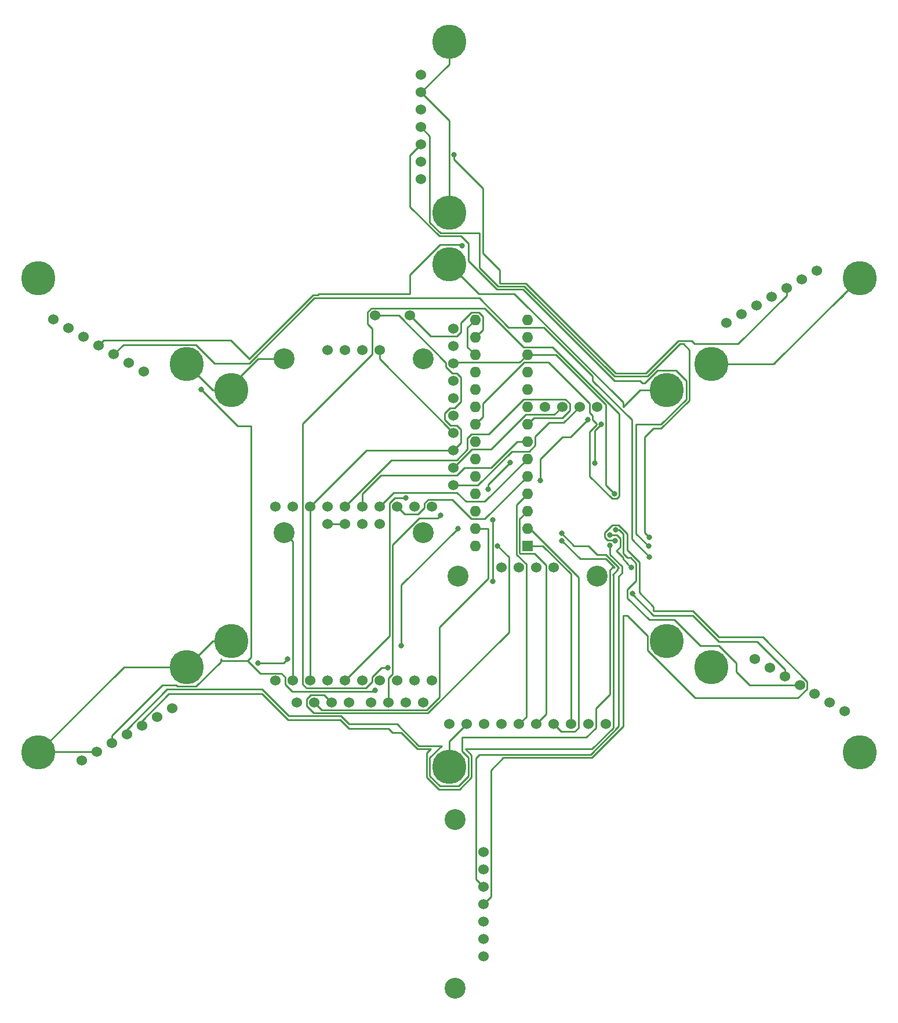
<source format=gbr>
%TF.GenerationSoftware,KiCad,Pcbnew,5.1.9+dfsg1-1+deb11u1*%
%TF.CreationDate,2024-06-24T23:38:04+02:00*%
%TF.ProjectId,pcb_onder,7063625f-6f6e-4646-9572-2e6b69636164,rev?*%
%TF.SameCoordinates,Original*%
%TF.FileFunction,Copper,L2,Bot*%
%TF.FilePolarity,Positive*%
%FSLAX46Y46*%
G04 Gerber Fmt 4.6, Leading zero omitted, Abs format (unit mm)*
G04 Created by KiCad (PCBNEW 5.1.9+dfsg1-1+deb11u1) date 2024-06-24 23:38:04*
%MOMM*%
%LPD*%
G01*
G04 APERTURE LIST*
%TA.AperFunction,ComponentPad*%
%ADD10C,1.524000*%
%TD*%
%TA.AperFunction,ComponentPad*%
%ADD11C,5.000000*%
%TD*%
%TA.AperFunction,ComponentPad*%
%ADD12C,3.048000*%
%TD*%
%TA.AperFunction,ComponentPad*%
%ADD13O,1.600000X1.600000*%
%TD*%
%TA.AperFunction,ComponentPad*%
%ADD14R,1.600000X1.600000*%
%TD*%
%TA.AperFunction,ViaPad*%
%ADD15C,0.800000*%
%TD*%
%TA.AperFunction,Conductor*%
%ADD16C,0.250000*%
%TD*%
G04 APERTURE END LIST*
D10*
%TO.P,kleur_sensor_6,6*%
%TO.N,Net-(kleur_sensor_6-Pad6)*%
X172100439Y-130213501D03*
%TO.P,kleur_sensor_6,3*%
%TO.N,gnd*%
X169900734Y-128943501D03*
%TO.P,kleur_sensor_6,2*%
%TO.N,3.3v*%
X167701030Y-127673501D03*
%TO.P,kleur_sensor_6,1*%
%TO.N,Net-(i2c_multiplexer1-Pad16)*%
X165501325Y-126403501D03*
%TO.P,kleur_sensor_6,0*%
%TO.N,Net-(i2c_multiplexer1-Pad15)*%
X163301621Y-125133501D03*
%TO.P,kleur_sensor_6,5*%
%TO.N,Net-(kleur_sensor_6-Pad5)*%
X161101916Y-123863501D03*
%TO.P,kleur_sensor_6,4*%
%TO.N,Net-(kleur_sensor_6-Pad4)*%
X158902212Y-122593501D03*
D11*
%TO.P,kleur_sensor_6,7*%
%TO.N,gnd*%
X174272259Y-136224999D03*
X152621623Y-123724999D03*
%TD*%
D10*
%TO.P,kleur_sensor_1,6*%
%TO.N,Net-(kleur_sensor_1-Pad6)*%
X167980239Y-65850102D03*
%TO.P,kleur_sensor_1,3*%
%TO.N,gnd*%
X165780534Y-67120102D03*
%TO.P,kleur_sensor_1,2*%
%TO.N,3.3v*%
X163580830Y-68390102D03*
%TO.P,kleur_sensor_1,1*%
%TO.N,Net-(i2c_multiplexer1-Pad5)*%
X161381125Y-69660102D03*
%TO.P,kleur_sensor_1,0*%
%TO.N,Net-(i2c_multiplexer1-Pad4)*%
X159181421Y-70930102D03*
%TO.P,kleur_sensor_1,5*%
%TO.N,Net-(kleur_sensor_1-Pad5)*%
X156981716Y-72200102D03*
%TO.P,kleur_sensor_1,4*%
%TO.N,Net-(kleur_sensor_1-Pad4)*%
X154782012Y-73470102D03*
D11*
%TO.P,kleur_sensor_1,7*%
%TO.N,gnd*%
X174272259Y-66975000D03*
X152621623Y-79475000D03*
%TD*%
D10*
%TO.P,kleur_sensor_4,6*%
%TO.N,Net-(kleur_sensor_4-Pad6)*%
X60619761Y-137349897D03*
%TO.P,kleur_sensor_4,3*%
%TO.N,gnd*%
X62819466Y-136079897D03*
%TO.P,kleur_sensor_4,2*%
%TO.N,3.3v*%
X65019170Y-134809897D03*
%TO.P,kleur_sensor_4,1*%
%TO.N,Net-(i2c_multiplexer1-Pad11)*%
X67218875Y-133539897D03*
%TO.P,kleur_sensor_4,0*%
%TO.N,Net-(i2c_multiplexer1-Pad10)*%
X69418579Y-132269897D03*
%TO.P,kleur_sensor_4,5*%
%TO.N,Net-(kleur_sensor_4-Pad5)*%
X71618284Y-130999897D03*
%TO.P,kleur_sensor_4,4*%
%TO.N,Net-(kleur_sensor_4-Pad4)*%
X73817988Y-129729897D03*
D11*
%TO.P,kleur_sensor_4,7*%
%TO.N,gnd*%
X54327741Y-136224999D03*
X75978377Y-123724999D03*
%TD*%
D10*
%TO.P,kleur_sensor_2,6*%
%TO.N,Net-(kleur_sensor_2-Pad6)*%
X110179800Y-37236600D03*
%TO.P,kleur_sensor_2,3*%
%TO.N,gnd*%
X110179800Y-39776600D03*
%TO.P,kleur_sensor_2,2*%
%TO.N,3.3v*%
X110179800Y-42316600D03*
%TO.P,kleur_sensor_2,1*%
%TO.N,Net-(i2c_multiplexer1-Pad7)*%
X110179800Y-44856600D03*
%TO.P,kleur_sensor_2,0*%
%TO.N,Net-(i2c_multiplexer1-Pad6)*%
X110179800Y-47396600D03*
%TO.P,kleur_sensor_2,5*%
%TO.N,Net-(kleur_sensor_2-Pad5)*%
X110179800Y-49936600D03*
%TO.P,kleur_sensor_2,4*%
%TO.N,Net-(kleur_sensor_2-Pad4)*%
X110179800Y-52476600D03*
D11*
%TO.P,kleur_sensor_2,7*%
%TO.N,gnd*%
X114300000Y-32350000D03*
X114300000Y-57350000D03*
%TD*%
D10*
%TO.P,kleur_sensor_3,6*%
%TO.N,Net-(kleur_sensor_3-Pad6)*%
X56499561Y-72986498D03*
%TO.P,kleur_sensor_3,3*%
%TO.N,gnd*%
X58699266Y-74256498D03*
%TO.P,kleur_sensor_3,2*%
%TO.N,3.3v*%
X60898970Y-75526498D03*
%TO.P,kleur_sensor_3,1*%
%TO.N,Net-(i2c_multiplexer1-Pad9)*%
X63098675Y-76796498D03*
%TO.P,kleur_sensor_3,0*%
%TO.N,Net-(i2c_multiplexer1-Pad8)*%
X65298379Y-78066498D03*
%TO.P,kleur_sensor_3,5*%
%TO.N,Net-(kleur_sensor_3-Pad5)*%
X67498084Y-79336498D03*
%TO.P,kleur_sensor_3,4*%
%TO.N,Net-(kleur_sensor_3-Pad4)*%
X69697788Y-80606498D03*
D11*
%TO.P,kleur_sensor_3,7*%
%TO.N,gnd*%
X54327741Y-66975000D03*
X75978377Y-79475000D03*
%TD*%
%TO.P,U6,1*%
%TO.N,gnd*%
X114300000Y-138315000D03*
%TD*%
%TO.P,U5,1*%
%TO.N,gnd*%
X82503878Y-119957499D03*
%TD*%
%TO.P,U4,1*%
%TO.N,gnd*%
X82503878Y-83242500D03*
%TD*%
%TO.P,U3,1*%
%TO.N,gnd*%
X146096122Y-83242501D03*
%TD*%
%TO.P,U2,1*%
%TO.N,gnd*%
X114300000Y-64885000D03*
%TD*%
%TO.P,U1,1*%
%TO.N,gnd*%
X146096122Y-119957499D03*
%TD*%
D10*
%TO.P,i2c_res1,2*%
%TO.N,3.3v*%
X103505000Y-72390000D03*
%TO.P,i2c_res1,1*%
%TO.N,Net-(i2c_res1-Pad1)*%
X108585000Y-72390000D03*
%TD*%
D12*
%TO.P,kleur_sensor_5,7*%
%TO.N,gnd*%
X115200000Y-146050000D03*
X115200000Y-170650000D03*
D10*
%TO.P,kleur_sensor_5,4*%
%TO.N,Net-(kleur_sensor_5-Pad4)*%
X119309200Y-150723400D03*
%TO.P,kleur_sensor_5,5*%
%TO.N,Net-(kleur_sensor_5-Pad5)*%
X119309200Y-153263400D03*
%TO.P,kleur_sensor_5,0*%
%TO.N,Net-(i2c_multiplexer1-Pad13)*%
X119309200Y-155803400D03*
%TO.P,kleur_sensor_5,1*%
%TO.N,Net-(i2c_multiplexer1-Pad14)*%
X119309200Y-158343400D03*
%TO.P,kleur_sensor_5,2*%
%TO.N,3.3v*%
X119309200Y-160883400D03*
%TO.P,kleur_sensor_5,3*%
%TO.N,gnd*%
X119309200Y-163423400D03*
%TO.P,kleur_sensor_5,6*%
%TO.N,Net-(kleur_sensor_5-Pad6)*%
X119309200Y-165963400D03*
%TD*%
D13*
%TO.P,port_multiplexer_2,28*%
%TO.N,Net-(motor2-Pad3)*%
X118110000Y-106045000D03*
%TO.P,port_multiplexer_2,14*%
%TO.N,Net-(port_multiplexer_2-Pad14)*%
X125730000Y-73025000D03*
%TO.P,port_multiplexer_2,27*%
%TO.N,Net-(motor2-Pad2)*%
X118110000Y-103505000D03*
%TO.P,port_multiplexer_2,13*%
%TO.N,sda*%
X125730000Y-75565000D03*
%TO.P,port_multiplexer_2,26*%
%TO.N,Net-(motor1-Pad3)*%
X118110000Y-100965000D03*
%TO.P,port_multiplexer_2,12*%
%TO.N,scl*%
X125730000Y-78105000D03*
%TO.P,port_multiplexer_2,25*%
%TO.N,Net-(motor1-Pad2)*%
X118110000Y-98425000D03*
%TO.P,port_multiplexer_2,11*%
%TO.N,Net-(port_multiplexer_2-Pad11)*%
X125730000Y-80645000D03*
%TO.P,port_multiplexer_2,24*%
%TO.N,Net-(motor_driver3-Pad9)*%
X118110000Y-95885000D03*
%TO.P,port_multiplexer_2,10*%
%TO.N,gnd*%
X125730000Y-83185000D03*
%TO.P,port_multiplexer_2,23*%
%TO.N,Net-(motor_driver3-Pad10)*%
X118110000Y-93345000D03*
%TO.P,port_multiplexer_2,9*%
%TO.N,3.3v*%
X125730000Y-85725000D03*
%TO.P,port_multiplexer_2,22*%
%TO.N,Net-(motor_driver3-Pad11)*%
X118110000Y-90805000D03*
%TO.P,port_multiplexer_2,8*%
%TO.N,Net-(motor_driver2-Pad9)*%
X125730000Y-88265000D03*
%TO.P,port_multiplexer_2,21*%
%TO.N,Net-(motor_driver3-Pad12)*%
X118110000Y-88265000D03*
%TO.P,port_multiplexer_2,7*%
%TO.N,Net-(motor_driver2-Pad10)*%
X125730000Y-90805000D03*
%TO.P,port_multiplexer_2,20*%
%TO.N,Net-(port_multiplexer_2-Pad20)*%
X118110000Y-85725000D03*
%TO.P,port_multiplexer_2,6*%
%TO.N,Net-(motor_driver2-Pad11)*%
X125730000Y-93345000D03*
%TO.P,port_multiplexer_2,19*%
%TO.N,Net-(port_multiplexer_2-Pad19)*%
X118110000Y-83185000D03*
%TO.P,port_multiplexer_2,5*%
%TO.N,Net-(motor_driver2-Pad12)*%
X125730000Y-95885000D03*
%TO.P,port_multiplexer_2,18*%
%TO.N,Net-(port_multiplexer_2-Pad18)*%
X118110000Y-80645000D03*
%TO.P,port_multiplexer_2,4*%
%TO.N,Net-(motor_driver1-Pad9)*%
X125730000Y-98425000D03*
%TO.P,port_multiplexer_2,17*%
%TO.N,gnd*%
X118110000Y-78105000D03*
%TO.P,port_multiplexer_2,3*%
%TO.N,Net-(motor_driver1-Pad10)*%
X125730000Y-100965000D03*
%TO.P,port_multiplexer_2,16*%
%TO.N,Net-(i2c_res1-Pad1)*%
X118110000Y-75565000D03*
%TO.P,port_multiplexer_2,2*%
%TO.N,Net-(motor_driver1-Pad11)*%
X125730000Y-103505000D03*
%TO.P,port_multiplexer_2,15*%
%TO.N,gnd*%
X118110000Y-73025000D03*
D14*
%TO.P,port_multiplexer_2,1*%
%TO.N,Net-(motor_driver1-Pad12)*%
X125730000Y-106045000D03*
%TD*%
D12*
%TO.P,motor_driver3,15*%
%TO.N,gnd*%
X110490000Y-104140000D03*
X90170000Y-104140000D03*
D10*
%TO.P,motor_driver3,4*%
%TO.N,Net-(motor3-PadNC)*%
X96520000Y-102870000D03*
%TO.P,motor_driver3,3*%
X99060000Y-102870000D03*
%TO.P,motor_driver3,2*%
%TO.N,gnd*%
X101600000Y-102870000D03*
%TO.P,motor_driver3,1*%
%TO.N,12v*%
X104140000Y-102870000D03*
%TO.P,motor_driver3,14*%
%TO.N,Net-(motor_driver3-Pad14)*%
X111760000Y-125730000D03*
%TO.P,motor_driver3,12*%
%TO.N,Net-(motor_driver3-Pad12)*%
X106680000Y-125730000D03*
%TO.P,motor_driver3,13*%
%TO.N,Net-(motor_driver3-Pad13)*%
X109220000Y-125730000D03*
%TO.P,motor_driver3,11*%
%TO.N,Net-(motor_driver3-Pad11)*%
X104140000Y-125730000D03*
%TO.P,motor_driver3,10*%
%TO.N,Net-(motor_driver3-Pad10)*%
X101600000Y-125730000D03*
%TO.P,motor_driver3,9*%
%TO.N,Net-(motor_driver3-Pad9)*%
X99060000Y-125730000D03*
%TO.P,motor_driver3,8*%
%TO.N,Net-(motor_driver3-Pad8)*%
X96520000Y-125730000D03*
%TO.P,motor_driver3,7*%
%TO.N,3.3v*%
X93980000Y-125730000D03*
%TO.P,motor_driver3,6*%
%TO.N,gnd*%
X91440000Y-125730000D03*
%TO.P,motor_driver3,5*%
%TO.N,Net-(motor_driver3-Pad5)*%
X88900000Y-125730000D03*
%TD*%
D12*
%TO.P,motor_driver2,15*%
%TO.N,gnd*%
X110490000Y-78740000D03*
X90170000Y-78740000D03*
D10*
%TO.P,motor_driver2,4*%
%TO.N,Net-(motor2-PadNC)*%
X96520000Y-77470000D03*
%TO.P,motor_driver2,3*%
X99060000Y-77470000D03*
%TO.P,motor_driver2,2*%
%TO.N,gnd*%
X101600000Y-77470000D03*
%TO.P,motor_driver2,1*%
%TO.N,12v*%
X104140000Y-77470000D03*
%TO.P,motor_driver2,14*%
%TO.N,Net-(motor_driver2-Pad14)*%
X111760000Y-100330000D03*
%TO.P,motor_driver2,12*%
%TO.N,Net-(motor_driver2-Pad12)*%
X106680000Y-100330000D03*
%TO.P,motor_driver2,13*%
%TO.N,Net-(motor_driver2-Pad13)*%
X109220000Y-100330000D03*
%TO.P,motor_driver2,11*%
%TO.N,Net-(motor_driver2-Pad11)*%
X104140000Y-100330000D03*
%TO.P,motor_driver2,10*%
%TO.N,Net-(motor_driver2-Pad10)*%
X101600000Y-100330000D03*
%TO.P,motor_driver2,9*%
%TO.N,Net-(motor_driver2-Pad9)*%
X99060000Y-100330000D03*
%TO.P,motor_driver2,8*%
%TO.N,Net-(motor_driver2-Pad8)*%
X96520000Y-100330000D03*
%TO.P,motor_driver2,7*%
%TO.N,3.3v*%
X93980000Y-100330000D03*
%TO.P,motor_driver2,6*%
%TO.N,gnd*%
X91440000Y-100330000D03*
%TO.P,motor_driver2,5*%
%TO.N,Net-(motor_driver2-Pad5)*%
X88900000Y-100330000D03*
%TD*%
D12*
%TO.P,motor_driver1,15*%
%TO.N,gnd*%
X135890000Y-110490000D03*
X115570000Y-110490000D03*
D10*
%TO.P,motor_driver1,4*%
%TO.N,Net-(motor1-PadNC)*%
X121920000Y-109220000D03*
%TO.P,motor_driver1,3*%
X124460000Y-109220000D03*
%TO.P,motor_driver1,2*%
%TO.N,gnd*%
X127000000Y-109220000D03*
%TO.P,motor_driver1,1*%
%TO.N,12v*%
X129540000Y-109220000D03*
%TO.P,motor_driver1,14*%
%TO.N,Net-(motor_driver1-Pad14)*%
X137160000Y-132080000D03*
%TO.P,motor_driver1,12*%
%TO.N,Net-(motor_driver1-Pad12)*%
X132080000Y-132080000D03*
%TO.P,motor_driver1,13*%
%TO.N,Net-(motor_driver1-Pad13)*%
X134620000Y-132080000D03*
%TO.P,motor_driver1,11*%
%TO.N,Net-(motor_driver1-Pad11)*%
X129540000Y-132080000D03*
%TO.P,motor_driver1,10*%
%TO.N,Net-(motor_driver1-Pad10)*%
X127000000Y-132080000D03*
%TO.P,motor_driver1,9*%
%TO.N,Net-(motor_driver1-Pad9)*%
X124460000Y-132080000D03*
%TO.P,motor_driver1,8*%
%TO.N,Net-(motor_driver1-Pad8)*%
X121920000Y-132080000D03*
%TO.P,motor_driver1,7*%
%TO.N,3.3v*%
X119380000Y-132080000D03*
%TO.P,motor_driver1,6*%
%TO.N,gnd*%
X116840000Y-132080000D03*
%TO.P,motor_driver1,5*%
%TO.N,Net-(motor_driver1-Pad5)*%
X114300000Y-132080000D03*
%TD*%
%TO.P,motor3,4*%
%TO.N,gnd*%
X135890000Y-85725000D03*
%TO.P,motor3,3*%
%TO.N,B*%
X133350000Y-85725000D03*
%TO.P,motor3,2*%
%TO.N,A*%
X130810000Y-85725000D03*
%TO.P,motor3,1*%
%TO.N,5v*%
X128270000Y-85725000D03*
%TD*%
%TO.P,motor2,4*%
%TO.N,gnd*%
X99695000Y-128905000D03*
%TO.P,motor2,3*%
%TO.N,Net-(motor2-Pad3)*%
X97155000Y-128905000D03*
%TO.P,motor2,2*%
%TO.N,Net-(motor2-Pad2)*%
X94615000Y-128905000D03*
%TO.P,motor2,1*%
%TO.N,5v*%
X92075000Y-128905000D03*
%TD*%
%TO.P,motor1,4*%
%TO.N,gnd*%
X110490000Y-128905000D03*
%TO.P,motor1,3*%
%TO.N,Net-(motor1-Pad3)*%
X107950000Y-128905000D03*
%TO.P,motor1,2*%
%TO.N,Net-(motor1-Pad2)*%
X105410000Y-128905000D03*
%TO.P,motor1,1*%
%TO.N,5v*%
X102870000Y-128905000D03*
%TD*%
%TO.P,J1,2*%
%TO.N,gnd*%
X114935000Y-76835000D03*
%TO.P,J1,10*%
%TO.N,B*%
X114935000Y-97155000D03*
%TO.P,J1,9*%
%TO.N,A*%
X114935000Y-94615000D03*
%TO.P,J1,8*%
%TO.N,3.3v*%
X114935000Y-92075000D03*
%TO.P,J1,7*%
%TO.N,12v*%
X114935000Y-89535000D03*
%TO.P,J1,6*%
%TO.N,Net-(J1-Pad6)*%
X114935000Y-86995000D03*
%TO.P,J1,5*%
%TO.N,Net-(J1-Pad5)*%
X114935000Y-84455000D03*
%TO.P,J1,4*%
%TO.N,sda*%
X114935000Y-81915000D03*
%TO.P,J1,3*%
%TO.N,scl*%
X114935000Y-79375000D03*
%TO.P,J1,1*%
%TO.N,5v*%
X114935000Y-74295000D03*
%TD*%
D15*
%TO.N,scl*%
X138430000Y-98425000D03*
%TO.N,Net-(motor1-Pad3)*%
X120650000Y-111215000D03*
X120650000Y-102235000D03*
%TO.N,Net-(motor1-Pad2)*%
X113030000Y-101600000D03*
%TO.N,Net-(motor2-Pad3)*%
X121375000Y-106045000D03*
%TO.N,Net-(motor_driver3-Pad12)*%
X105320000Y-123825000D03*
%TO.N,Net-(motor_driver3-Pad11)*%
X135590000Y-93980000D03*
X136525000Y-88265000D03*
X86360000Y-123190000D03*
X90715000Y-122555000D03*
%TO.N,Net-(motor_driver3-Pad10)*%
X123190000Y-93890000D03*
X120015000Y-97790000D03*
X115570000Y-103505000D03*
X107315000Y-120650000D03*
%TO.N,Net-(motor_driver3-Pad9)*%
X107950000Y-99060000D03*
%TO.N,3.3v*%
X103505000Y-127092999D03*
X78105000Y-83185000D03*
X115025000Y-48895000D03*
%TO.N,Net-(i2c_multiplexer1-Pad16)*%
X138592807Y-103710000D03*
%TO.N,Net-(i2c_multiplexer1-Pad15)*%
X137747257Y-104435000D03*
X141060000Y-113030000D03*
X140880000Y-109220000D03*
%TO.N,Net-(i2c_multiplexer1-Pad14)*%
X138553836Y-105303716D03*
%TO.N,Net-(i2c_multiplexer1-Pad13)*%
X137795000Y-105955000D03*
%TO.N,Net-(i2c_multiplexer1-Pad11)*%
X130781274Y-105316580D03*
%TO.N,Net-(i2c_multiplexer1-Pad10)*%
X130720000Y-104230000D03*
%TO.N,Net-(i2c_multiplexer1-Pad9)*%
X127634848Y-96520152D03*
X116205000Y-62230000D03*
X134530000Y-87630000D03*
%TO.N,Net-(i2c_multiplexer1-Pad8)*%
X143566952Y-107652582D03*
%TO.N,Net-(i2c_multiplexer1-Pad7)*%
X143510000Y-104775000D03*
%TO.N,Net-(i2c_multiplexer1-Pad6)*%
X143415010Y-106045002D03*
%TD*%
D16*
%TO.N,gnd*%
X116984999Y-76979999D02*
X118110000Y-78105000D01*
X116984999Y-74150001D02*
X116984999Y-76979999D01*
X118110000Y-73025000D02*
X116984999Y-74150001D01*
X91440000Y-105410000D02*
X90170000Y-104140000D01*
X91440000Y-125730000D02*
X91440000Y-105410000D01*
%TO.N,3.3v*%
X116022001Y-90987999D02*
X114935000Y-92075000D01*
X116022001Y-89013239D02*
X116022001Y-90987999D01*
X115456761Y-88447999D02*
X116022001Y-89013239D01*
X113665000Y-87628590D02*
X114484409Y-88447999D01*
X115090763Y-85907999D02*
X114413239Y-85907999D01*
X116022001Y-84976761D02*
X115090763Y-85907999D01*
X116022001Y-81393239D02*
X116022001Y-84976761D01*
X115456761Y-80827999D02*
X116022001Y-81393239D01*
X113665000Y-86656238D02*
X113665000Y-87628590D01*
X114779237Y-80827999D02*
X115456761Y-80827999D01*
X114413239Y-85907999D02*
X113665000Y-86656238D01*
X113847999Y-79896761D02*
X114779237Y-80827999D01*
X114484409Y-88447999D02*
X115456761Y-88447999D01*
X113847999Y-79261761D02*
X113847999Y-79896761D01*
X106976238Y-72390000D02*
X113847999Y-79261761D01*
X103505000Y-72390000D02*
X106976238Y-72390000D01*
X102235000Y-92075000D02*
X114935000Y-92075000D01*
X93980000Y-100330000D02*
X102235000Y-92075000D01*
X93980000Y-100330000D02*
X93980000Y-125730000D01*
%TO.N,scl*%
X138430000Y-98425000D02*
X137160000Y-97155000D01*
X129878762Y-78105000D02*
X125730000Y-78105000D01*
X137160000Y-85386238D02*
X129878762Y-78105000D01*
X137160000Y-97155000D02*
X137160000Y-85386238D01*
X115079999Y-79230001D02*
X114935000Y-79375000D01*
X124604999Y-79230001D02*
X115079999Y-79230001D01*
X125730000Y-78105000D02*
X124604999Y-79230001D01*
%TO.N,Net-(motor1-Pad3)*%
X120650000Y-111215000D02*
X120650000Y-102235000D01*
%TO.N,Net-(motor1-Pad2)*%
X105410000Y-125391238D02*
X105410000Y-128905000D01*
X106045000Y-124756238D02*
X105410000Y-125391238D01*
X106045000Y-105848478D02*
X106045000Y-124756238D01*
X112630001Y-101999999D02*
X109893479Y-101999999D01*
X109893479Y-101999999D02*
X106045000Y-105848478D01*
X113030000Y-101600000D02*
X112630001Y-101999999D01*
%TO.N,Net-(motor2-Pad3)*%
X94543248Y-130442010D02*
X111198162Y-130442010D01*
X123007001Y-118633171D02*
X123007001Y-107677001D01*
X93527999Y-129426761D02*
X94543248Y-130442010D01*
X123007001Y-107677001D02*
X121375000Y-106045000D01*
X93527999Y-128383239D02*
X93527999Y-129426761D01*
X94093239Y-127817999D02*
X93527999Y-128383239D01*
X96067999Y-127817999D02*
X94093239Y-127817999D01*
X111198162Y-130442010D02*
X123007001Y-118633171D01*
X97155000Y-128905000D02*
X96067999Y-127817999D01*
%TO.N,Net-(motor2-Pad2)*%
X118110000Y-103505000D02*
X120015000Y-103505000D01*
X95702001Y-129992001D02*
X94615000Y-128905000D01*
X112847001Y-128156761D02*
X111011761Y-129992001D01*
X112847001Y-117944997D02*
X112847001Y-128156761D01*
X111011761Y-129992001D02*
X95702001Y-129992001D01*
X120015000Y-110776998D02*
X112847001Y-117944997D01*
X120015000Y-103505000D02*
X120015000Y-110776998D01*
%TO.N,B*%
X118505002Y-97155000D02*
X114935000Y-97155000D01*
X123440003Y-92219999D02*
X118505002Y-97155000D01*
X125980003Y-92219999D02*
X123440003Y-92219999D01*
X126855001Y-91345001D02*
X125980003Y-92219999D01*
X126855001Y-90042129D02*
X126855001Y-91345001D01*
X128852131Y-88044999D02*
X126855001Y-90042129D01*
X131030001Y-88044999D02*
X128852131Y-88044999D01*
X133350000Y-85725000D02*
X131030001Y-88044999D01*
%TO.N,A*%
X129684999Y-86850001D02*
X130810000Y-85725000D01*
X125479997Y-86850001D02*
X129684999Y-86850001D01*
X120399997Y-91930001D02*
X125479997Y-86850001D01*
X117619999Y-91930001D02*
X120399997Y-91930001D01*
X114935000Y-94615000D02*
X117619999Y-91930001D01*
%TO.N,Net-(motor_driver1-Pad12)*%
X127973762Y-106045000D02*
X125730000Y-106045000D01*
X132080000Y-110151238D02*
X127973762Y-106045000D01*
X132080000Y-132080000D02*
X132080000Y-110151238D01*
%TO.N,Net-(motor_driver1-Pad11)*%
X126070172Y-103505000D02*
X125730000Y-103505000D01*
X133167001Y-110601829D02*
X126070172Y-103505000D01*
X133167001Y-132601761D02*
X133167001Y-110601829D01*
X132601761Y-133167001D02*
X133167001Y-132601761D01*
X130627001Y-133167001D02*
X132601761Y-133167001D01*
X129540000Y-132080000D02*
X130627001Y-133167001D01*
%TO.N,Net-(motor_driver1-Pad10)*%
X124604999Y-102090001D02*
X125730000Y-100965000D01*
X124604999Y-107105001D02*
X124604999Y-102090001D01*
X126790001Y-107170001D02*
X124669999Y-107170001D01*
X124669999Y-107170001D02*
X124604999Y-107105001D01*
X128452999Y-108832999D02*
X126790001Y-107170001D01*
X128452999Y-130627001D02*
X128452999Y-108832999D01*
X127000000Y-132080000D02*
X128452999Y-130627001D01*
%TO.N,Net-(motor_driver1-Pad9)*%
X124154990Y-100000010D02*
X125730000Y-98425000D01*
X124154990Y-107291402D02*
X124154990Y-100000010D01*
X125547001Y-108683413D02*
X124154990Y-107291402D01*
X125547001Y-130992999D02*
X125547001Y-108683413D01*
X124460000Y-132080000D02*
X125547001Y-130992999D01*
%TO.N,Net-(motor_driver2-Pad12)*%
X119524999Y-102090001D02*
X125730000Y-95885000D01*
X117569999Y-102090001D02*
X119524999Y-102090001D01*
X114722997Y-99242999D02*
X117569999Y-102090001D01*
X111238239Y-99242999D02*
X114722997Y-99242999D01*
X110672999Y-99808239D02*
X111238239Y-99242999D01*
X110672999Y-100485763D02*
X110672999Y-99808239D01*
X109741761Y-101417001D02*
X110672999Y-100485763D01*
X107767001Y-101417001D02*
X109741761Y-101417001D01*
X106680000Y-100330000D02*
X107767001Y-101417001D01*
%TO.N,Net-(motor_driver2-Pad11)*%
X116764761Y-99550001D02*
X119524999Y-99550001D01*
X119524999Y-99550001D02*
X125730000Y-93345000D01*
X115456761Y-98242001D02*
X116764761Y-99550001D01*
X106227999Y-98242001D02*
X115456761Y-98242001D01*
X104140000Y-100330000D02*
X106227999Y-98242001D01*
%TO.N,Net-(motor_driver2-Pad10)*%
X101600000Y-100330000D02*
X101600000Y-98426410D01*
X124218592Y-90805000D02*
X125730000Y-90805000D01*
X120408592Y-94615000D02*
X124218592Y-90805000D01*
X115456761Y-95702001D02*
X116543762Y-94615000D01*
X104324409Y-95702001D02*
X115456761Y-95702001D01*
X116543762Y-94615000D02*
X120408592Y-94615000D01*
X101600000Y-98426410D02*
X104324409Y-95702001D01*
%TO.N,Net-(motor_driver2-Pad9)*%
X126694989Y-87300011D02*
X125730000Y-88265000D01*
X120109999Y-89679999D02*
X125189999Y-84599999D01*
X131897001Y-86246761D02*
X130843751Y-87300011D01*
X117569999Y-89679999D02*
X120109999Y-89679999D01*
X116984999Y-90264999D02*
X117569999Y-89679999D01*
X115385591Y-93527999D02*
X116984999Y-91928591D01*
X130843751Y-87300011D02*
X126694989Y-87300011D01*
X125189999Y-84599999D02*
X131293761Y-84599999D01*
X105862001Y-93527999D02*
X115385591Y-93527999D01*
X131897001Y-85203239D02*
X131897001Y-86246761D01*
X131293761Y-84599999D02*
X131897001Y-85203239D01*
X116984999Y-91928591D02*
X116984999Y-90264999D01*
X99060000Y-100330000D02*
X105862001Y-93527999D01*
%TO.N,Net-(motor_driver3-Pad11)*%
X135590000Y-93980000D02*
X135590000Y-89200000D01*
X90080000Y-123190000D02*
X90715000Y-122555000D01*
X86360000Y-123190000D02*
X90080000Y-123190000D01*
%TO.N,Net-(motor_driver3-Pad10)*%
X120015000Y-97065000D02*
X120015000Y-97790000D01*
X123190000Y-93890000D02*
X120015000Y-97065000D01*
X107315000Y-111760000D02*
X107315000Y-120650000D01*
X115570000Y-103505000D02*
X107315000Y-111760000D01*
%TO.N,Net-(motor_driver3-Pad9)*%
X106341238Y-99060000D02*
X107950000Y-99060000D01*
X105592999Y-99808239D02*
X106341238Y-99060000D01*
X105592999Y-119197001D02*
X105592999Y-99808239D01*
X99060000Y-125730000D02*
X105592999Y-119197001D01*
%TO.N,12v*%
X104140000Y-78740000D02*
X104140000Y-77470000D01*
X114935000Y-89535000D02*
X104140000Y-78740000D01*
%TO.N,Net-(i2c_res1-Pad1)*%
X111577001Y-75382001D02*
X108585000Y-72390000D01*
X115456761Y-75382001D02*
X111577001Y-75382001D01*
X116022001Y-74816761D02*
X115456761Y-75382001D01*
X116022001Y-73447997D02*
X116022001Y-74816761D01*
X117569999Y-71899999D02*
X116022001Y-73447997D01*
X119235001Y-72484999D02*
X118650001Y-71899999D01*
X119235001Y-74439999D02*
X119235001Y-72484999D01*
X118650001Y-71899999D02*
X117569999Y-71899999D01*
X118110000Y-75565000D02*
X119235001Y-74439999D01*
%TO.N,gnd*%
X114300000Y-134620000D02*
X116840000Y-132080000D01*
X114300000Y-134620000D02*
X114300000Y-138315000D01*
X146096122Y-83242501D02*
X142182499Y-83242501D01*
X142182499Y-83242501D02*
X139700000Y-85725000D01*
X139700000Y-85725000D02*
X139700000Y-85090000D01*
X139700000Y-85090000D02*
X123825000Y-69215000D01*
X118630000Y-69215000D02*
X114300000Y-64885000D01*
X123825000Y-69215000D02*
X118630000Y-69215000D01*
X55005576Y-136849793D02*
X54950947Y-136904422D01*
X79745877Y-83242500D02*
X82503878Y-83242500D01*
X75978377Y-79475000D02*
X79745877Y-83242500D01*
X82503878Y-82597532D02*
X82503878Y-83242500D01*
X86361410Y-78740000D02*
X82503878Y-82597532D01*
X90170000Y-78740000D02*
X86361410Y-78740000D01*
X114300000Y-43896800D02*
X110179800Y-39776600D01*
X114300000Y-57350000D02*
X114300000Y-43896800D01*
X114300000Y-35656400D02*
X114300000Y-32350000D01*
X110179800Y-39776600D02*
X114300000Y-35656400D01*
X79745877Y-119957499D02*
X82503878Y-119957499D01*
X75978377Y-123724999D02*
X79745877Y-119957499D01*
X66827741Y-123724999D02*
X54327741Y-136224999D01*
X75978377Y-123724999D02*
X66827741Y-123724999D01*
X54472843Y-136079897D02*
X54327741Y-136224999D01*
X62819466Y-136079897D02*
X54472843Y-136079897D01*
X161684026Y-79475000D02*
X162172013Y-78987013D01*
X152621623Y-79475000D02*
X161684026Y-79475000D01*
X162172013Y-78987013D02*
X161793553Y-79365474D01*
X171467745Y-69779514D02*
X174272259Y-66975000D01*
X171379514Y-69779514D02*
X171467745Y-69779514D01*
X174093553Y-67065474D02*
X171379514Y-69779514D01*
X171379514Y-69779514D02*
X162172013Y-78987013D01*
%TO.N,3.3v*%
X80920377Y-122555000D02*
X81147877Y-122782500D01*
X81147877Y-122782500D02*
X84862500Y-122782500D01*
X65019170Y-133732267D02*
X72386437Y-126365000D01*
X65019170Y-134809897D02*
X65019170Y-133732267D01*
X80920377Y-122964001D02*
X80920377Y-122555000D01*
X77334378Y-126550000D02*
X80920377Y-122964001D01*
X74622376Y-126550000D02*
X77334378Y-126550000D01*
X74437376Y-126365000D02*
X74622376Y-126550000D01*
X72386437Y-126365000D02*
X74437376Y-126365000D01*
X103330989Y-127267010D02*
X103505000Y-127092999D01*
X91368248Y-127267010D02*
X103330989Y-127267010D01*
X90352999Y-126251761D02*
X91368248Y-127267010D01*
X89787759Y-124642999D02*
X90352999Y-125208239D01*
X86722999Y-124642999D02*
X89787759Y-124642999D01*
X90352999Y-125208239D02*
X90352999Y-126251761D01*
X84862500Y-122782500D02*
X86722999Y-124642999D01*
X85328879Y-122316121D02*
X85328879Y-88503879D01*
X84862500Y-122782500D02*
X85328879Y-122316121D01*
X83423879Y-88503879D02*
X78105000Y-83185000D01*
X85328879Y-88503879D02*
X83423879Y-88503879D01*
X156508089Y-76540473D02*
X150154527Y-76540473D01*
X163580830Y-69467732D02*
X156508089Y-76540473D01*
X163580830Y-68390102D02*
X163580830Y-69467732D01*
X149704518Y-76090464D02*
X147794337Y-76090464D01*
X150154527Y-76540473D02*
X149704518Y-76090464D01*
X147794337Y-76090464D02*
X143054811Y-80829990D01*
X138617810Y-80829990D02*
X125467802Y-67679982D01*
X143054811Y-80829990D02*
X138617810Y-80829990D01*
X125467802Y-67679982D02*
X121657802Y-67679982D01*
X121657802Y-67679982D02*
X121657802Y-65777802D01*
X119195715Y-63315715D02*
X119195715Y-53790715D01*
X121657802Y-65777802D02*
X119195715Y-63315715D01*
X115025000Y-49620000D02*
X115025000Y-48895000D01*
X119195715Y-53790715D02*
X115025000Y-49620000D01*
%TO.N,Net-(i2c_multiplexer1-Pad16)*%
X139728847Y-104280355D02*
X139728847Y-107161809D01*
X139158492Y-103710000D02*
X139728847Y-104280355D01*
X138592807Y-103710000D02*
X139158492Y-103710000D01*
X139728847Y-107161809D02*
X140335000Y-107767962D01*
X140335000Y-107767962D02*
X140787962Y-107767962D01*
X140787962Y-107767962D02*
X141605000Y-108585000D01*
X141605000Y-108585000D02*
X141605000Y-111125000D01*
X141605000Y-111125000D02*
X140335000Y-112395000D01*
X140335000Y-112395000D02*
X140335000Y-113665000D01*
X140335000Y-113665000D02*
X143510000Y-116840000D01*
X147159625Y-116840000D02*
X150969625Y-120650000D01*
X143510000Y-116840000D02*
X147159625Y-116840000D01*
X153727626Y-120650000D02*
X156210000Y-123132374D01*
X150969625Y-120650000D02*
X153727626Y-120650000D01*
X156210000Y-123132374D02*
X156210000Y-124460000D01*
X158153501Y-126403501D02*
X165501325Y-126403501D01*
X156210000Y-124460000D02*
X158153501Y-126403501D01*
%TO.N,Net-(i2c_multiplexer1-Pad15)*%
X139278837Y-104955715D02*
X139278837Y-106180575D01*
X138758122Y-104435000D02*
X139278837Y-104955715D01*
X137747257Y-104435000D02*
X138758122Y-104435000D01*
X139278837Y-106180575D02*
X138695020Y-106764392D01*
X139700000Y-107769372D02*
X139700000Y-107945770D01*
X138695020Y-106764392D02*
X139700000Y-107769372D01*
X139700000Y-107945770D02*
X139702115Y-107947885D01*
X139700000Y-107945770D02*
X140335000Y-108580770D01*
X140335000Y-108580770D02*
X140335000Y-108585000D01*
X163301621Y-124055871D02*
X159260750Y-120015000D01*
X163301621Y-125133501D02*
X163301621Y-124055871D01*
X159260750Y-120015000D02*
X153670000Y-120015000D01*
X153670000Y-120015000D02*
X149860000Y-116205000D01*
X149860000Y-116205000D02*
X144145000Y-116205000D01*
X141060000Y-113120000D02*
X141060000Y-113030000D01*
X144145000Y-116205000D02*
X141060000Y-113120000D01*
X140880000Y-109220000D02*
X140335000Y-108675000D01*
X140335000Y-108675000D02*
X140335000Y-108580770D01*
%TO.N,Net-(i2c_multiplexer1-Pad14)*%
X138480119Y-105229999D02*
X138553836Y-105303716D01*
X137022256Y-104783001D02*
X137469254Y-105229999D01*
X137022256Y-104086999D02*
X137022256Y-104783001D01*
X140335000Y-106678590D02*
X140335000Y-104250098D01*
X137469254Y-105229999D02*
X138480119Y-105229999D01*
X142055010Y-108398600D02*
X140335000Y-106678590D01*
X142055010Y-112845010D02*
X142055010Y-108398600D01*
X144146410Y-115570000D02*
X144146410Y-114936410D01*
X140335000Y-104250098D02*
X139069901Y-102984999D01*
X149861410Y-115570000D02*
X144146410Y-115570000D01*
X153671410Y-119380000D02*
X149861410Y-115570000D01*
X160086586Y-119380000D02*
X153671410Y-119380000D01*
X166588326Y-125881740D02*
X160086586Y-119380000D01*
X144146410Y-114936410D02*
X142055010Y-112845010D01*
X120396201Y-157256399D02*
X120396201Y-138811201D01*
X138124256Y-102984999D02*
X137022256Y-104086999D01*
X120396201Y-138811201D02*
X122232392Y-136975010D01*
X140335000Y-116205000D02*
X143271121Y-119141121D01*
X139700000Y-132421582D02*
X139700000Y-116205000D01*
X122232392Y-136975010D02*
X135146573Y-136975009D01*
X139700000Y-116205000D02*
X140335000Y-116205000D01*
X143271121Y-119141121D02*
X143271121Y-121313500D01*
X143271121Y-121313500D02*
X150227621Y-128270000D01*
X139069901Y-102984999D02*
X138124256Y-102984999D01*
X150227621Y-128270000D02*
X165243588Y-128270000D01*
X165243588Y-128270000D02*
X166588326Y-126925262D01*
X119309200Y-158343400D02*
X120396201Y-157256399D01*
X135146573Y-136975009D02*
X139700000Y-132421582D01*
X166588326Y-126925262D02*
X166588326Y-125881740D01*
%TO.N,Net-(i2c_multiplexer1-Pad13)*%
X118745000Y-136525000D02*
X118222199Y-137047801D01*
X118222199Y-154716399D02*
X119309200Y-155803400D01*
X134960172Y-136525000D02*
X118745000Y-136525000D01*
X118222199Y-137047801D02*
X118222199Y-154716399D01*
X139065000Y-110490000D02*
X139065000Y-132420172D01*
X139515009Y-109033599D02*
X139515009Y-110039991D01*
X137795000Y-107313590D02*
X139515009Y-109033599D01*
X139065000Y-132420172D02*
X134960172Y-136525000D01*
X139515009Y-110039991D02*
X139065000Y-110490000D01*
X137795000Y-105955000D02*
X137795000Y-107313590D01*
%TO.N,Net-(i2c_multiplexer1-Pad11)*%
X109855000Y-135255000D02*
X106680000Y-132080000D01*
X98507020Y-130892020D02*
X90887020Y-130892020D01*
X113178998Y-135255000D02*
X109855000Y-135255000D01*
X111474999Y-136958999D02*
X113178998Y-135255000D01*
X112943999Y-141140001D02*
X111474999Y-139671001D01*
X67218875Y-132860839D02*
X67218875Y-133539897D01*
X111474999Y-139671001D02*
X111474999Y-136958999D01*
X115656001Y-141140001D02*
X112943999Y-141140001D01*
X117125001Y-139671001D02*
X115656001Y-141140001D01*
X130781274Y-105316580D02*
X133414694Y-107950000D01*
X135707001Y-129722999D02*
X135707001Y-132601761D01*
X99695000Y-132080000D02*
X98507020Y-130892020D01*
X137158590Y-107950000D02*
X138429295Y-109220705D01*
X73079714Y-127000000D02*
X67218875Y-132860839D01*
X138429295Y-109220705D02*
X138120775Y-109220705D01*
X90887020Y-130892020D02*
X86995000Y-127000000D01*
X138120775Y-109220705D02*
X137739001Y-109602479D01*
X86995000Y-127000000D02*
X73079714Y-127000000D01*
X137739001Y-109602479D02*
X137739001Y-127690999D01*
X106680000Y-132080000D02*
X99695000Y-132080000D01*
X137739001Y-127690999D02*
X135707001Y-129722999D01*
X133414694Y-107950000D02*
X137158590Y-107950000D01*
X135707001Y-132601761D02*
X134323762Y-133985000D01*
X134323762Y-133985000D02*
X116205000Y-133985000D01*
X116205000Y-133985000D02*
X116205000Y-136038998D01*
X117125001Y-136958999D02*
X117125001Y-139671001D01*
X116205000Y-136038998D02*
X117125001Y-136958999D01*
%TO.N,Net-(i2c_multiplexer1-Pad10)*%
X130720000Y-104230000D02*
X132535000Y-106045000D01*
X132535000Y-106045000D02*
X134620000Y-106045000D01*
X134620000Y-106045000D02*
X135890000Y-107315000D01*
X135890000Y-107315000D02*
X137160000Y-107315000D01*
X137160000Y-107315000D02*
X139065000Y-109220000D01*
X69418579Y-131590840D02*
X73374419Y-127635000D01*
X69418579Y-132269897D02*
X69418579Y-131590840D01*
X73374419Y-127635000D02*
X86993590Y-127635000D01*
X90803590Y-131445000D02*
X98423590Y-131445000D01*
X86993590Y-127635000D02*
X90803590Y-131445000D01*
X99693590Y-132715000D02*
X105410000Y-132715000D01*
X98423590Y-131445000D02*
X99693590Y-132715000D01*
X107313590Y-133350000D02*
X109668600Y-135705010D01*
X106045000Y-133350000D02*
X107313590Y-133350000D01*
X105410000Y-132715000D02*
X106045000Y-133350000D01*
X109668600Y-135705010D02*
X111575010Y-135705010D01*
X117575011Y-136625011D02*
X116655010Y-135705010D01*
X117575011Y-139857401D02*
X117575011Y-136625011D01*
X115842402Y-141590010D02*
X117575011Y-139857401D01*
X112757599Y-141590011D02*
X115842402Y-141590010D01*
X111024990Y-139857402D02*
X112757599Y-141590011D01*
X111024990Y-136255030D02*
X111024990Y-139857402D01*
X111575010Y-135705010D02*
X111024990Y-136255030D01*
X138247001Y-132601761D02*
X138247001Y-110307001D01*
X135143752Y-135705010D02*
X138247001Y-132601761D01*
X138247001Y-110307001D02*
X138189011Y-110249011D01*
X116655010Y-135705010D02*
X135143752Y-135705010D01*
X138879305Y-109405695D02*
X139065000Y-109220000D01*
X138879305Y-109558717D02*
X138879305Y-109405695D01*
X138189011Y-110249011D02*
X138879305Y-109558717D01*
%TO.N,Net-(i2c_multiplexer1-Pad9)*%
X94428599Y-69399991D02*
X95065009Y-69399991D01*
X95250000Y-69215000D02*
X108585000Y-69215000D01*
X95065009Y-69399991D02*
X95250000Y-69215000D01*
X116034999Y-62059999D02*
X116205000Y-62230000D01*
X112943999Y-62059999D02*
X116034999Y-62059999D01*
X108585000Y-66418998D02*
X112943999Y-62059999D01*
X108585000Y-69215000D02*
X108585000Y-66418998D01*
X127634848Y-96520152D02*
X127634848Y-93345152D01*
X127634848Y-93345152D02*
X130810000Y-90170000D01*
X131990000Y-90170000D02*
X130810000Y-90170000D01*
X134530000Y-87630000D02*
X131990000Y-90170000D01*
X63860674Y-76034499D02*
X82384499Y-76034499D01*
X63098675Y-76796498D02*
X63860674Y-76034499D01*
X82384499Y-76034499D02*
X85089295Y-78739295D01*
X85089295Y-78739295D02*
X94428599Y-69399991D01*
X85088590Y-78740000D02*
X85089295Y-78739295D01*
%TO.N,Net-(i2c_multiplexer1-Pad8)*%
X135255000Y-81916410D02*
X135255000Y-81281410D01*
X140970000Y-87631410D02*
X135255000Y-81916410D01*
X140970000Y-105055630D02*
X140970000Y-87631410D01*
X143566952Y-107652582D02*
X140970000Y-105055630D01*
X122996411Y-74150001D02*
X118696410Y-69850000D01*
X128123591Y-74150001D02*
X122996411Y-74150001D01*
X135255000Y-81281410D02*
X128123591Y-74150001D01*
X118696410Y-69850000D02*
X94615000Y-69850000D01*
X94615000Y-69850000D02*
X85090000Y-79375000D01*
X66714878Y-76649999D02*
X65298379Y-78066498D01*
X77334378Y-76649999D02*
X66714878Y-76649999D01*
X80059379Y-79375000D02*
X77334378Y-76649999D01*
X85090000Y-79375000D02*
X80059379Y-79375000D01*
%TO.N,Net-(i2c_multiplexer1-Pad7)*%
X121471400Y-68129990D02*
X125281401Y-68129991D01*
X125281401Y-68129991D02*
X138431410Y-81280000D01*
X143241211Y-81280000D02*
X145146211Y-79375000D01*
X138431410Y-81280000D02*
X143241211Y-81280000D01*
X149371132Y-84784903D02*
X145256035Y-88900000D01*
X149371133Y-77416278D02*
X149371132Y-84784903D01*
X148495328Y-76540473D02*
X149371133Y-77416278D01*
X147980738Y-76540473D02*
X148495328Y-76540473D01*
X145146211Y-79375000D02*
X147980738Y-76540473D01*
X145256035Y-88900000D02*
X144145000Y-88900000D01*
X144145000Y-88900000D02*
X142875000Y-90170000D01*
X142875000Y-104140000D02*
X143510000Y-104775000D01*
X142875000Y-90170000D02*
X142875000Y-104140000D01*
X111474999Y-58769999D02*
X113030000Y-60325000D01*
X111474999Y-46151799D02*
X111474999Y-58769999D01*
X110179800Y-44856600D02*
X111474999Y-46151799D01*
X113030000Y-60325000D02*
X118745000Y-60325000D01*
X118745705Y-60325705D02*
X118745705Y-65404295D01*
X118745000Y-60325000D02*
X118745705Y-60325705D01*
X118745705Y-65404295D02*
X121471400Y-68129990D01*
%TO.N,Net-(i2c_multiplexer1-Pad6)*%
X143415010Y-106045002D02*
X141605000Y-104234992D01*
X141605000Y-104234992D02*
X141605000Y-88265000D01*
X141605000Y-88265000D02*
X145254625Y-88265000D01*
X144740121Y-80417500D02*
X142875000Y-82282621D01*
X147452123Y-80417500D02*
X144740121Y-80417500D01*
X148921123Y-81886500D02*
X147452123Y-80417500D01*
X148921123Y-84598502D02*
X148921123Y-81886500D01*
X145254625Y-88265000D02*
X148921123Y-84598502D01*
X142875000Y-82282621D02*
X142505969Y-82282621D01*
X142505969Y-82282621D02*
X142138348Y-81915000D01*
X142138348Y-81915000D02*
X138430000Y-81915000D01*
X138430000Y-81915000D02*
X125095000Y-68580000D01*
X125095000Y-68580000D02*
X121285000Y-68580000D01*
X121285000Y-68580000D02*
X117125001Y-64420001D01*
X117125001Y-64420001D02*
X117125001Y-61880001D01*
X112843599Y-60775009D02*
X108585000Y-56516410D01*
X116020010Y-60775010D02*
X112843599Y-60775009D01*
X117125001Y-61880001D02*
X116020010Y-60775010D01*
X108585000Y-48991400D02*
X110179800Y-47396600D01*
X108585000Y-56516410D02*
X108585000Y-48991400D01*
%TO.N,Net-(motor_driver3-Pad12)*%
X134802999Y-95871001D02*
X138081999Y-99150001D01*
X135799999Y-88174999D02*
X135799999Y-88353591D01*
X135255000Y-86995000D02*
X135255000Y-87630000D01*
X134802999Y-89350591D02*
X134802999Y-95871001D01*
X119235001Y-85236409D02*
X125241409Y-79230001D01*
X134802999Y-86542999D02*
X135255000Y-86995000D01*
X104436238Y-123825000D02*
X105320000Y-123825000D01*
X103052999Y-125885763D02*
X103052999Y-125208239D01*
X119512999Y-71302999D02*
X102983239Y-71302999D01*
X102417999Y-71868239D02*
X102417999Y-73649151D01*
X135255000Y-87630000D02*
X135799999Y-88174999D01*
X92892999Y-88151761D02*
X92892999Y-126251761D01*
X103052999Y-125208239D02*
X104436238Y-123825000D01*
X102121761Y-126817001D02*
X103052999Y-125885763D01*
X125189999Y-76979999D02*
X119512999Y-71302999D01*
X134802999Y-85203239D02*
X134802999Y-86542999D01*
X128829761Y-79230001D02*
X134802999Y-85203239D01*
X102983239Y-71302999D02*
X102417999Y-71868239D01*
X125241409Y-79230001D02*
X128829761Y-79230001D01*
X119235001Y-87139999D02*
X119235001Y-85236409D01*
X135799999Y-88353591D02*
X134802999Y-89350591D01*
X138081999Y-99150001D02*
X138778001Y-99150001D01*
X139155001Y-98773001D02*
X139155001Y-86744829D01*
X138778001Y-99150001D02*
X139155001Y-98773001D01*
X139155001Y-86744829D02*
X129390171Y-76979999D01*
X129390171Y-76979999D02*
X125189999Y-76979999D01*
X102417999Y-73649151D02*
X103052999Y-74284151D01*
X103052999Y-74284151D02*
X103052999Y-77991761D01*
X103052999Y-77991761D02*
X92892999Y-88151761D01*
X92892999Y-126251761D02*
X93458239Y-126817001D01*
X118110000Y-88265000D02*
X119235001Y-87139999D01*
X93458239Y-126817001D02*
X102121761Y-126817001D01*
%TO.N,Net-(motor_driver3-Pad11)*%
X136525000Y-88265000D02*
X135590000Y-89200000D01*
%TO.N,Net-(motor3-PadNC)*%
X96520000Y-102870000D02*
X99060000Y-102870000D01*
%TD*%
M02*

</source>
